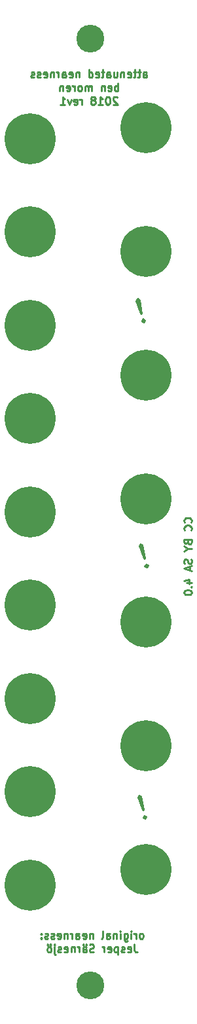
<source format=gbr>
G04 #@! TF.GenerationSoftware,KiCad,Pcbnew,(5.0.0-rc2-47-g52fceb3)*
G04 #@! TF.CreationDate,2018-06-13T16:43:58-05:00*
G04 #@! TF.ProjectId,nearness_att_panel,6E6561726E6573735F6174745F70616E,rev?*
G04 #@! TF.SameCoordinates,Original*
G04 #@! TF.FileFunction,Soldermask,Bot*
G04 #@! TF.FilePolarity,Negative*
%FSLAX46Y46*%
G04 Gerber Fmt 4.6, Leading zero omitted, Abs format (unit mm)*
G04 Created by KiCad (PCBNEW (5.0.0-rc2-47-g52fceb3)) date Wednesday, June 13, 2018 at 04:43:58 PM*
%MOMM*%
%LPD*%
G01*
G04 APERTURE LIST*
%ADD10C,0.300000*%
%ADD11C,0.250000*%
%ADD12C,6.600000*%
%ADD13C,3.600000*%
G04 APERTURE END LIST*
D10*
X22324506Y-103600120D02*
X22499469Y-103701135D01*
X22398454Y-103876099D01*
X22223490Y-103775084D01*
X22324506Y-103600120D01*
X22398454Y-103876099D01*
X22102661Y-102772184D02*
X21520982Y-101153285D01*
X21621997Y-100978321D01*
X21796960Y-101079337D01*
X22102661Y-102772184D01*
X21621997Y-100978321D01*
X22121306Y-39388920D02*
X22296269Y-39489935D01*
X22195254Y-39664899D01*
X22020290Y-39563884D01*
X22121306Y-39388920D01*
X22195254Y-39664899D01*
X21899461Y-38560984D02*
X21317782Y-36942085D01*
X21418797Y-36767121D01*
X21593760Y-36868137D01*
X21899461Y-38560984D01*
X21418797Y-36767121D01*
X22527706Y-71088120D02*
X22702669Y-71189135D01*
X22601654Y-71364099D01*
X22426690Y-71263084D01*
X22527706Y-71088120D01*
X22601654Y-71364099D01*
X22305861Y-70260184D02*
X21724182Y-68641285D01*
X21825197Y-68466321D01*
X22000160Y-68567337D01*
X22305861Y-70260184D01*
X21825197Y-68466321D01*
D11*
X28297142Y-65594457D02*
X28344761Y-65546838D01*
X28392380Y-65403980D01*
X28392380Y-65308742D01*
X28344761Y-65165885D01*
X28249523Y-65070647D01*
X28154285Y-65023028D01*
X27963809Y-64975409D01*
X27820952Y-64975409D01*
X27630476Y-65023028D01*
X27535238Y-65070647D01*
X27440000Y-65165885D01*
X27392380Y-65308742D01*
X27392380Y-65403980D01*
X27440000Y-65546838D01*
X27487619Y-65594457D01*
X28297142Y-66594457D02*
X28344761Y-66546838D01*
X28392380Y-66403980D01*
X28392380Y-66308742D01*
X28344761Y-66165885D01*
X28249523Y-66070647D01*
X28154285Y-66023028D01*
X27963809Y-65975409D01*
X27820952Y-65975409D01*
X27630476Y-66023028D01*
X27535238Y-66070647D01*
X27440000Y-66165885D01*
X27392380Y-66308742D01*
X27392380Y-66403980D01*
X27440000Y-66546838D01*
X27487619Y-66594457D01*
X27868571Y-68118266D02*
X27916190Y-68261123D01*
X27963809Y-68308742D01*
X28059047Y-68356361D01*
X28201904Y-68356361D01*
X28297142Y-68308742D01*
X28344761Y-68261123D01*
X28392380Y-68165885D01*
X28392380Y-67784933D01*
X27392380Y-67784933D01*
X27392380Y-68118266D01*
X27440000Y-68213504D01*
X27487619Y-68261123D01*
X27582857Y-68308742D01*
X27678095Y-68308742D01*
X27773333Y-68261123D01*
X27820952Y-68213504D01*
X27868571Y-68118266D01*
X27868571Y-67784933D01*
X27916190Y-68975409D02*
X28392380Y-68975409D01*
X27392380Y-68642076D02*
X27916190Y-68975409D01*
X27392380Y-69308742D01*
X28344761Y-70356361D02*
X28392380Y-70499219D01*
X28392380Y-70737314D01*
X28344761Y-70832552D01*
X28297142Y-70880171D01*
X28201904Y-70927790D01*
X28106666Y-70927790D01*
X28011428Y-70880171D01*
X27963809Y-70832552D01*
X27916190Y-70737314D01*
X27868571Y-70546838D01*
X27820952Y-70451600D01*
X27773333Y-70403980D01*
X27678095Y-70356361D01*
X27582857Y-70356361D01*
X27487619Y-70403980D01*
X27440000Y-70451600D01*
X27392380Y-70546838D01*
X27392380Y-70784933D01*
X27440000Y-70927790D01*
X28106666Y-71308742D02*
X28106666Y-71784933D01*
X28392380Y-71213504D02*
X27392380Y-71546838D01*
X28392380Y-71880171D01*
X27725714Y-73403980D02*
X28392380Y-73403980D01*
X27344761Y-73165885D02*
X28059047Y-72927790D01*
X28059047Y-73546838D01*
X28297142Y-73927790D02*
X28344761Y-73975409D01*
X28392380Y-73927790D01*
X28344761Y-73880171D01*
X28297142Y-73927790D01*
X28392380Y-73927790D01*
X27392380Y-74594457D02*
X27392380Y-74689695D01*
X27440000Y-74784933D01*
X27487619Y-74832552D01*
X27582857Y-74880171D01*
X27773333Y-74927790D01*
X28011428Y-74927790D01*
X28201904Y-74880171D01*
X28297142Y-74832552D01*
X28344761Y-74784933D01*
X28392380Y-74689695D01*
X28392380Y-74594457D01*
X28344761Y-74499219D01*
X28297142Y-74451600D01*
X28201904Y-74403980D01*
X28011428Y-74356361D01*
X27773333Y-74356361D01*
X27582857Y-74403980D01*
X27487619Y-74451600D01*
X27440000Y-74499219D01*
X27392380Y-74594457D01*
X21922571Y-119414580D02*
X22017809Y-119366961D01*
X22065428Y-119319342D01*
X22113047Y-119224104D01*
X22113047Y-118938390D01*
X22065428Y-118843152D01*
X22017809Y-118795533D01*
X21922571Y-118747914D01*
X21779714Y-118747914D01*
X21684476Y-118795533D01*
X21636857Y-118843152D01*
X21589238Y-118938390D01*
X21589238Y-119224104D01*
X21636857Y-119319342D01*
X21684476Y-119366961D01*
X21779714Y-119414580D01*
X21922571Y-119414580D01*
X21160666Y-119414580D02*
X21160666Y-118747914D01*
X21160666Y-118938390D02*
X21113047Y-118843152D01*
X21065428Y-118795533D01*
X20970190Y-118747914D01*
X20874952Y-118747914D01*
X20541619Y-119414580D02*
X20541619Y-118747914D01*
X20541619Y-118414580D02*
X20589238Y-118462200D01*
X20541619Y-118509819D01*
X20494000Y-118462200D01*
X20541619Y-118414580D01*
X20541619Y-118509819D01*
X19636857Y-118747914D02*
X19636857Y-119557438D01*
X19684476Y-119652676D01*
X19732095Y-119700295D01*
X19827333Y-119747914D01*
X19970190Y-119747914D01*
X20065428Y-119700295D01*
X19636857Y-119366961D02*
X19732095Y-119414580D01*
X19922571Y-119414580D01*
X20017809Y-119366961D01*
X20065428Y-119319342D01*
X20113047Y-119224104D01*
X20113047Y-118938390D01*
X20065428Y-118843152D01*
X20017809Y-118795533D01*
X19922571Y-118747914D01*
X19732095Y-118747914D01*
X19636857Y-118795533D01*
X19160666Y-119414580D02*
X19160666Y-118747914D01*
X19160666Y-118414580D02*
X19208285Y-118462200D01*
X19160666Y-118509819D01*
X19113047Y-118462200D01*
X19160666Y-118414580D01*
X19160666Y-118509819D01*
X18684476Y-118747914D02*
X18684476Y-119414580D01*
X18684476Y-118843152D02*
X18636857Y-118795533D01*
X18541619Y-118747914D01*
X18398761Y-118747914D01*
X18303523Y-118795533D01*
X18255904Y-118890771D01*
X18255904Y-119414580D01*
X17351142Y-119414580D02*
X17351142Y-118890771D01*
X17398761Y-118795533D01*
X17494000Y-118747914D01*
X17684476Y-118747914D01*
X17779714Y-118795533D01*
X17351142Y-119366961D02*
X17446380Y-119414580D01*
X17684476Y-119414580D01*
X17779714Y-119366961D01*
X17827333Y-119271723D01*
X17827333Y-119176485D01*
X17779714Y-119081247D01*
X17684476Y-119033628D01*
X17446380Y-119033628D01*
X17351142Y-118986009D01*
X16732095Y-119414580D02*
X16827333Y-119366961D01*
X16874952Y-119271723D01*
X16874952Y-118414580D01*
X15589238Y-118747914D02*
X15589238Y-119414580D01*
X15589238Y-118843152D02*
X15541619Y-118795533D01*
X15446380Y-118747914D01*
X15303523Y-118747914D01*
X15208285Y-118795533D01*
X15160666Y-118890771D01*
X15160666Y-119414580D01*
X14303523Y-119366961D02*
X14398761Y-119414580D01*
X14589238Y-119414580D01*
X14684476Y-119366961D01*
X14732095Y-119271723D01*
X14732095Y-118890771D01*
X14684476Y-118795533D01*
X14589238Y-118747914D01*
X14398761Y-118747914D01*
X14303523Y-118795533D01*
X14255904Y-118890771D01*
X14255904Y-118986009D01*
X14732095Y-119081247D01*
X13398761Y-119414580D02*
X13398761Y-118890771D01*
X13446380Y-118795533D01*
X13541619Y-118747914D01*
X13732095Y-118747914D01*
X13827333Y-118795533D01*
X13398761Y-119366961D02*
X13494000Y-119414580D01*
X13732095Y-119414580D01*
X13827333Y-119366961D01*
X13874952Y-119271723D01*
X13874952Y-119176485D01*
X13827333Y-119081247D01*
X13732095Y-119033628D01*
X13494000Y-119033628D01*
X13398761Y-118986009D01*
X12922571Y-119414580D02*
X12922571Y-118747914D01*
X12922571Y-118938390D02*
X12874952Y-118843152D01*
X12827333Y-118795533D01*
X12732095Y-118747914D01*
X12636857Y-118747914D01*
X12303523Y-118747914D02*
X12303523Y-119414580D01*
X12303523Y-118843152D02*
X12255904Y-118795533D01*
X12160666Y-118747914D01*
X12017809Y-118747914D01*
X11922571Y-118795533D01*
X11874952Y-118890771D01*
X11874952Y-119414580D01*
X11017809Y-119366961D02*
X11113047Y-119414580D01*
X11303523Y-119414580D01*
X11398761Y-119366961D01*
X11446380Y-119271723D01*
X11446380Y-118890771D01*
X11398761Y-118795533D01*
X11303523Y-118747914D01*
X11113047Y-118747914D01*
X11017809Y-118795533D01*
X10970190Y-118890771D01*
X10970190Y-118986009D01*
X11446380Y-119081247D01*
X10589238Y-119366961D02*
X10494000Y-119414580D01*
X10303523Y-119414580D01*
X10208285Y-119366961D01*
X10160666Y-119271723D01*
X10160666Y-119224104D01*
X10208285Y-119128866D01*
X10303523Y-119081247D01*
X10446380Y-119081247D01*
X10541619Y-119033628D01*
X10589238Y-118938390D01*
X10589238Y-118890771D01*
X10541619Y-118795533D01*
X10446380Y-118747914D01*
X10303523Y-118747914D01*
X10208285Y-118795533D01*
X9779714Y-119366961D02*
X9684476Y-119414580D01*
X9494000Y-119414580D01*
X9398761Y-119366961D01*
X9351142Y-119271723D01*
X9351142Y-119224104D01*
X9398761Y-119128866D01*
X9494000Y-119081247D01*
X9636857Y-119081247D01*
X9732095Y-119033628D01*
X9779714Y-118938390D01*
X9779714Y-118890771D01*
X9732095Y-118795533D01*
X9636857Y-118747914D01*
X9494000Y-118747914D01*
X9398761Y-118795533D01*
X8922571Y-119319342D02*
X8874952Y-119366961D01*
X8922571Y-119414580D01*
X8970190Y-119366961D01*
X8922571Y-119319342D01*
X8922571Y-119414580D01*
X8922571Y-118795533D02*
X8874952Y-118843152D01*
X8922571Y-118890771D01*
X8970190Y-118843152D01*
X8922571Y-118795533D01*
X8922571Y-118890771D01*
X20970190Y-120164580D02*
X20970190Y-120878866D01*
X21017809Y-121021723D01*
X21113047Y-121116961D01*
X21255904Y-121164580D01*
X21351142Y-121164580D01*
X20113047Y-121116961D02*
X20208285Y-121164580D01*
X20398761Y-121164580D01*
X20494000Y-121116961D01*
X20541619Y-121021723D01*
X20541619Y-120640771D01*
X20494000Y-120545533D01*
X20398761Y-120497914D01*
X20208285Y-120497914D01*
X20113047Y-120545533D01*
X20065428Y-120640771D01*
X20065428Y-120736009D01*
X20541619Y-120831247D01*
X19684476Y-121116961D02*
X19589238Y-121164580D01*
X19398761Y-121164580D01*
X19303523Y-121116961D01*
X19255904Y-121021723D01*
X19255904Y-120974104D01*
X19303523Y-120878866D01*
X19398761Y-120831247D01*
X19541619Y-120831247D01*
X19636857Y-120783628D01*
X19684476Y-120688390D01*
X19684476Y-120640771D01*
X19636857Y-120545533D01*
X19541619Y-120497914D01*
X19398761Y-120497914D01*
X19303523Y-120545533D01*
X18827333Y-120497914D02*
X18827333Y-121497914D01*
X18827333Y-120545533D02*
X18732095Y-120497914D01*
X18541619Y-120497914D01*
X18446380Y-120545533D01*
X18398761Y-120593152D01*
X18351142Y-120688390D01*
X18351142Y-120974104D01*
X18398761Y-121069342D01*
X18446380Y-121116961D01*
X18541619Y-121164580D01*
X18732095Y-121164580D01*
X18827333Y-121116961D01*
X17541619Y-121116961D02*
X17636857Y-121164580D01*
X17827333Y-121164580D01*
X17922571Y-121116961D01*
X17970190Y-121021723D01*
X17970190Y-120640771D01*
X17922571Y-120545533D01*
X17827333Y-120497914D01*
X17636857Y-120497914D01*
X17541619Y-120545533D01*
X17494000Y-120640771D01*
X17494000Y-120736009D01*
X17970190Y-120831247D01*
X17065428Y-121164580D02*
X17065428Y-120497914D01*
X17065428Y-120688390D02*
X17017809Y-120593152D01*
X16970190Y-120545533D01*
X16874952Y-120497914D01*
X16779714Y-120497914D01*
X15732095Y-121116961D02*
X15589238Y-121164580D01*
X15351142Y-121164580D01*
X15255904Y-121116961D01*
X15208285Y-121069342D01*
X15160666Y-120974104D01*
X15160666Y-120878866D01*
X15208285Y-120783628D01*
X15255904Y-120736009D01*
X15351142Y-120688390D01*
X15541619Y-120640771D01*
X15636857Y-120593152D01*
X15684476Y-120545533D01*
X15732095Y-120450295D01*
X15732095Y-120355057D01*
X15684476Y-120259819D01*
X15636857Y-120212200D01*
X15541619Y-120164580D01*
X15303523Y-120164580D01*
X15160666Y-120212200D01*
X14303523Y-121164580D02*
X14303523Y-120640771D01*
X14351142Y-120545533D01*
X14446380Y-120497914D01*
X14636857Y-120497914D01*
X14732095Y-120545533D01*
X14303523Y-121116961D02*
X14398761Y-121164580D01*
X14636857Y-121164580D01*
X14732095Y-121116961D01*
X14779714Y-121021723D01*
X14779714Y-120926485D01*
X14732095Y-120831247D01*
X14636857Y-120783628D01*
X14398761Y-120783628D01*
X14303523Y-120736009D01*
X14732095Y-120164580D02*
X14684476Y-120212200D01*
X14732095Y-120259819D01*
X14779714Y-120212200D01*
X14732095Y-120164580D01*
X14732095Y-120259819D01*
X14351142Y-120164580D02*
X14303523Y-120212200D01*
X14351142Y-120259819D01*
X14398761Y-120212200D01*
X14351142Y-120164580D01*
X14351142Y-120259819D01*
X13827333Y-121164580D02*
X13827333Y-120497914D01*
X13827333Y-120688390D02*
X13779714Y-120593152D01*
X13732095Y-120545533D01*
X13636857Y-120497914D01*
X13541619Y-120497914D01*
X13208285Y-120497914D02*
X13208285Y-121164580D01*
X13208285Y-120593152D02*
X13160666Y-120545533D01*
X13065428Y-120497914D01*
X12922571Y-120497914D01*
X12827333Y-120545533D01*
X12779714Y-120640771D01*
X12779714Y-121164580D01*
X11922571Y-121116961D02*
X12017809Y-121164580D01*
X12208285Y-121164580D01*
X12303523Y-121116961D01*
X12351142Y-121021723D01*
X12351142Y-120640771D01*
X12303523Y-120545533D01*
X12208285Y-120497914D01*
X12017809Y-120497914D01*
X11922571Y-120545533D01*
X11874952Y-120640771D01*
X11874952Y-120736009D01*
X12351142Y-120831247D01*
X11494000Y-121116961D02*
X11398761Y-121164580D01*
X11208285Y-121164580D01*
X11113047Y-121116961D01*
X11065428Y-121021723D01*
X11065428Y-120974104D01*
X11113047Y-120878866D01*
X11208285Y-120831247D01*
X11351142Y-120831247D01*
X11446380Y-120783628D01*
X11494000Y-120688390D01*
X11494000Y-120640771D01*
X11446380Y-120545533D01*
X11351142Y-120497914D01*
X11208285Y-120497914D01*
X11113047Y-120545533D01*
X10636857Y-120497914D02*
X10636857Y-121355057D01*
X10684476Y-121450295D01*
X10779714Y-121497914D01*
X10827333Y-121497914D01*
X10636857Y-120164580D02*
X10684476Y-120212200D01*
X10636857Y-120259819D01*
X10589238Y-120212200D01*
X10636857Y-120164580D01*
X10636857Y-120259819D01*
X10017809Y-121164580D02*
X10113047Y-121116961D01*
X10160666Y-121069342D01*
X10208285Y-120974104D01*
X10208285Y-120688390D01*
X10160666Y-120593152D01*
X10113047Y-120545533D01*
X10017809Y-120497914D01*
X9874952Y-120497914D01*
X9779714Y-120545533D01*
X9732095Y-120593152D01*
X9684476Y-120688390D01*
X9684476Y-120974104D01*
X9732095Y-121069342D01*
X9779714Y-121116961D01*
X9874952Y-121164580D01*
X10017809Y-121164580D01*
X10113047Y-120164580D02*
X10065428Y-120212200D01*
X10113047Y-120259819D01*
X10160666Y-120212200D01*
X10113047Y-120164580D01*
X10113047Y-120259819D01*
X9732095Y-120164580D02*
X9684476Y-120212200D01*
X9732095Y-120259819D01*
X9779714Y-120212200D01*
X9732095Y-120164580D01*
X9732095Y-120259819D01*
X22111409Y-8049580D02*
X22111409Y-7525771D01*
X22159028Y-7430533D01*
X22254266Y-7382914D01*
X22444742Y-7382914D01*
X22539980Y-7430533D01*
X22111409Y-8001961D02*
X22206647Y-8049580D01*
X22444742Y-8049580D01*
X22539980Y-8001961D01*
X22587600Y-7906723D01*
X22587600Y-7811485D01*
X22539980Y-7716247D01*
X22444742Y-7668628D01*
X22206647Y-7668628D01*
X22111409Y-7621009D01*
X21778076Y-7382914D02*
X21397123Y-7382914D01*
X21635219Y-7049580D02*
X21635219Y-7906723D01*
X21587600Y-8001961D01*
X21492361Y-8049580D01*
X21397123Y-8049580D01*
X21206647Y-7382914D02*
X20825695Y-7382914D01*
X21063790Y-7049580D02*
X21063790Y-7906723D01*
X21016171Y-8001961D01*
X20920933Y-8049580D01*
X20825695Y-8049580D01*
X20111409Y-8001961D02*
X20206647Y-8049580D01*
X20397123Y-8049580D01*
X20492361Y-8001961D01*
X20539980Y-7906723D01*
X20539980Y-7525771D01*
X20492361Y-7430533D01*
X20397123Y-7382914D01*
X20206647Y-7382914D01*
X20111409Y-7430533D01*
X20063790Y-7525771D01*
X20063790Y-7621009D01*
X20539980Y-7716247D01*
X19635219Y-7382914D02*
X19635219Y-8049580D01*
X19635219Y-7478152D02*
X19587600Y-7430533D01*
X19492361Y-7382914D01*
X19349504Y-7382914D01*
X19254266Y-7430533D01*
X19206647Y-7525771D01*
X19206647Y-8049580D01*
X18301885Y-7382914D02*
X18301885Y-8049580D01*
X18730457Y-7382914D02*
X18730457Y-7906723D01*
X18682838Y-8001961D01*
X18587600Y-8049580D01*
X18444742Y-8049580D01*
X18349504Y-8001961D01*
X18301885Y-7954342D01*
X17397123Y-8049580D02*
X17397123Y-7525771D01*
X17444742Y-7430533D01*
X17539980Y-7382914D01*
X17730457Y-7382914D01*
X17825695Y-7430533D01*
X17397123Y-8001961D02*
X17492361Y-8049580D01*
X17730457Y-8049580D01*
X17825695Y-8001961D01*
X17873314Y-7906723D01*
X17873314Y-7811485D01*
X17825695Y-7716247D01*
X17730457Y-7668628D01*
X17492361Y-7668628D01*
X17397123Y-7621009D01*
X17063790Y-7382914D02*
X16682838Y-7382914D01*
X16920933Y-7049580D02*
X16920933Y-7906723D01*
X16873314Y-8001961D01*
X16778076Y-8049580D01*
X16682838Y-8049580D01*
X15968552Y-8001961D02*
X16063790Y-8049580D01*
X16254266Y-8049580D01*
X16349504Y-8001961D01*
X16397123Y-7906723D01*
X16397123Y-7525771D01*
X16349504Y-7430533D01*
X16254266Y-7382914D01*
X16063790Y-7382914D01*
X15968552Y-7430533D01*
X15920933Y-7525771D01*
X15920933Y-7621009D01*
X16397123Y-7716247D01*
X15063790Y-8049580D02*
X15063790Y-7049580D01*
X15063790Y-8001961D02*
X15159028Y-8049580D01*
X15349504Y-8049580D01*
X15444742Y-8001961D01*
X15492361Y-7954342D01*
X15539980Y-7859104D01*
X15539980Y-7573390D01*
X15492361Y-7478152D01*
X15444742Y-7430533D01*
X15349504Y-7382914D01*
X15159028Y-7382914D01*
X15063790Y-7430533D01*
X13825695Y-7382914D02*
X13825695Y-8049580D01*
X13825695Y-7478152D02*
X13778076Y-7430533D01*
X13682838Y-7382914D01*
X13539980Y-7382914D01*
X13444742Y-7430533D01*
X13397123Y-7525771D01*
X13397123Y-8049580D01*
X12539980Y-8001961D02*
X12635219Y-8049580D01*
X12825695Y-8049580D01*
X12920933Y-8001961D01*
X12968552Y-7906723D01*
X12968552Y-7525771D01*
X12920933Y-7430533D01*
X12825695Y-7382914D01*
X12635219Y-7382914D01*
X12539980Y-7430533D01*
X12492361Y-7525771D01*
X12492361Y-7621009D01*
X12968552Y-7716247D01*
X11635219Y-8049580D02*
X11635219Y-7525771D01*
X11682838Y-7430533D01*
X11778076Y-7382914D01*
X11968552Y-7382914D01*
X12063790Y-7430533D01*
X11635219Y-8001961D02*
X11730457Y-8049580D01*
X11968552Y-8049580D01*
X12063790Y-8001961D01*
X12111409Y-7906723D01*
X12111409Y-7811485D01*
X12063790Y-7716247D01*
X11968552Y-7668628D01*
X11730457Y-7668628D01*
X11635219Y-7621009D01*
X11159028Y-8049580D02*
X11159028Y-7382914D01*
X11159028Y-7573390D02*
X11111409Y-7478152D01*
X11063790Y-7430533D01*
X10968552Y-7382914D01*
X10873314Y-7382914D01*
X10539980Y-7382914D02*
X10539980Y-8049580D01*
X10539980Y-7478152D02*
X10492361Y-7430533D01*
X10397123Y-7382914D01*
X10254266Y-7382914D01*
X10159028Y-7430533D01*
X10111409Y-7525771D01*
X10111409Y-8049580D01*
X9254266Y-8001961D02*
X9349504Y-8049580D01*
X9539980Y-8049580D01*
X9635219Y-8001961D01*
X9682838Y-7906723D01*
X9682838Y-7525771D01*
X9635219Y-7430533D01*
X9539980Y-7382914D01*
X9349504Y-7382914D01*
X9254266Y-7430533D01*
X9206647Y-7525771D01*
X9206647Y-7621009D01*
X9682838Y-7716247D01*
X8825695Y-8001961D02*
X8730457Y-8049580D01*
X8539980Y-8049580D01*
X8444742Y-8001961D01*
X8397123Y-7906723D01*
X8397123Y-7859104D01*
X8444742Y-7763866D01*
X8539980Y-7716247D01*
X8682838Y-7716247D01*
X8778076Y-7668628D01*
X8825695Y-7573390D01*
X8825695Y-7525771D01*
X8778076Y-7430533D01*
X8682838Y-7382914D01*
X8539980Y-7382914D01*
X8444742Y-7430533D01*
X8016171Y-8001961D02*
X7920933Y-8049580D01*
X7730457Y-8049580D01*
X7635219Y-8001961D01*
X7587600Y-7906723D01*
X7587600Y-7859104D01*
X7635219Y-7763866D01*
X7730457Y-7716247D01*
X7873314Y-7716247D01*
X7968552Y-7668628D01*
X8016171Y-7573390D01*
X8016171Y-7525771D01*
X7968552Y-7430533D01*
X7873314Y-7382914D01*
X7730457Y-7382914D01*
X7635219Y-7430533D01*
X18873314Y-9799580D02*
X18873314Y-8799580D01*
X18873314Y-9180533D02*
X18778076Y-9132914D01*
X18587600Y-9132914D01*
X18492361Y-9180533D01*
X18444742Y-9228152D01*
X18397123Y-9323390D01*
X18397123Y-9609104D01*
X18444742Y-9704342D01*
X18492361Y-9751961D01*
X18587600Y-9799580D01*
X18778076Y-9799580D01*
X18873314Y-9751961D01*
X17587600Y-9751961D02*
X17682838Y-9799580D01*
X17873314Y-9799580D01*
X17968552Y-9751961D01*
X18016171Y-9656723D01*
X18016171Y-9275771D01*
X17968552Y-9180533D01*
X17873314Y-9132914D01*
X17682838Y-9132914D01*
X17587600Y-9180533D01*
X17539980Y-9275771D01*
X17539980Y-9371009D01*
X18016171Y-9466247D01*
X17111409Y-9132914D02*
X17111409Y-9799580D01*
X17111409Y-9228152D02*
X17063790Y-9180533D01*
X16968552Y-9132914D01*
X16825695Y-9132914D01*
X16730457Y-9180533D01*
X16682838Y-9275771D01*
X16682838Y-9799580D01*
X15444742Y-9799580D02*
X15444742Y-9132914D01*
X15444742Y-9228152D02*
X15397123Y-9180533D01*
X15301885Y-9132914D01*
X15159028Y-9132914D01*
X15063790Y-9180533D01*
X15016171Y-9275771D01*
X15016171Y-9799580D01*
X15016171Y-9275771D02*
X14968552Y-9180533D01*
X14873314Y-9132914D01*
X14730457Y-9132914D01*
X14635219Y-9180533D01*
X14587600Y-9275771D01*
X14587600Y-9799580D01*
X13968552Y-9799580D02*
X14063790Y-9751961D01*
X14111409Y-9704342D01*
X14159028Y-9609104D01*
X14159028Y-9323390D01*
X14111409Y-9228152D01*
X14063790Y-9180533D01*
X13968552Y-9132914D01*
X13825695Y-9132914D01*
X13730457Y-9180533D01*
X13682838Y-9228152D01*
X13635219Y-9323390D01*
X13635219Y-9609104D01*
X13682838Y-9704342D01*
X13730457Y-9751961D01*
X13825695Y-9799580D01*
X13968552Y-9799580D01*
X13206647Y-9799580D02*
X13206647Y-9132914D01*
X13206647Y-9323390D02*
X13159028Y-9228152D01*
X13111409Y-9180533D01*
X13016171Y-9132914D01*
X12920933Y-9132914D01*
X12206647Y-9751961D02*
X12301885Y-9799580D01*
X12492361Y-9799580D01*
X12587600Y-9751961D01*
X12635219Y-9656723D01*
X12635219Y-9275771D01*
X12587600Y-9180533D01*
X12492361Y-9132914D01*
X12301885Y-9132914D01*
X12206647Y-9180533D01*
X12159028Y-9275771D01*
X12159028Y-9371009D01*
X12635219Y-9466247D01*
X11730457Y-9132914D02*
X11730457Y-9799580D01*
X11730457Y-9228152D02*
X11682838Y-9180533D01*
X11587600Y-9132914D01*
X11444742Y-9132914D01*
X11349504Y-9180533D01*
X11301885Y-9275771D01*
X11301885Y-9799580D01*
X18778076Y-10644819D02*
X18730457Y-10597200D01*
X18635219Y-10549580D01*
X18397123Y-10549580D01*
X18301885Y-10597200D01*
X18254266Y-10644819D01*
X18206647Y-10740057D01*
X18206647Y-10835295D01*
X18254266Y-10978152D01*
X18825695Y-11549580D01*
X18206647Y-11549580D01*
X17587600Y-10549580D02*
X17492361Y-10549580D01*
X17397123Y-10597200D01*
X17349504Y-10644819D01*
X17301885Y-10740057D01*
X17254266Y-10930533D01*
X17254266Y-11168628D01*
X17301885Y-11359104D01*
X17349504Y-11454342D01*
X17397123Y-11501961D01*
X17492361Y-11549580D01*
X17587600Y-11549580D01*
X17682838Y-11501961D01*
X17730457Y-11454342D01*
X17778076Y-11359104D01*
X17825695Y-11168628D01*
X17825695Y-10930533D01*
X17778076Y-10740057D01*
X17730457Y-10644819D01*
X17682838Y-10597200D01*
X17587600Y-10549580D01*
X16301885Y-11549580D02*
X16873314Y-11549580D01*
X16587600Y-11549580D02*
X16587600Y-10549580D01*
X16682838Y-10692438D01*
X16778076Y-10787676D01*
X16873314Y-10835295D01*
X15730457Y-10978152D02*
X15825695Y-10930533D01*
X15873314Y-10882914D01*
X15920933Y-10787676D01*
X15920933Y-10740057D01*
X15873314Y-10644819D01*
X15825695Y-10597200D01*
X15730457Y-10549580D01*
X15539980Y-10549580D01*
X15444742Y-10597200D01*
X15397123Y-10644819D01*
X15349504Y-10740057D01*
X15349504Y-10787676D01*
X15397123Y-10882914D01*
X15444742Y-10930533D01*
X15539980Y-10978152D01*
X15730457Y-10978152D01*
X15825695Y-11025771D01*
X15873314Y-11073390D01*
X15920933Y-11168628D01*
X15920933Y-11359104D01*
X15873314Y-11454342D01*
X15825695Y-11501961D01*
X15730457Y-11549580D01*
X15539980Y-11549580D01*
X15444742Y-11501961D01*
X15397123Y-11454342D01*
X15349504Y-11359104D01*
X15349504Y-11168628D01*
X15397123Y-11073390D01*
X15444742Y-11025771D01*
X15539980Y-10978152D01*
X14159028Y-11549580D02*
X14159028Y-10882914D01*
X14159028Y-11073390D02*
X14111409Y-10978152D01*
X14063790Y-10930533D01*
X13968552Y-10882914D01*
X13873314Y-10882914D01*
X13159028Y-11501961D02*
X13254266Y-11549580D01*
X13444742Y-11549580D01*
X13539980Y-11501961D01*
X13587600Y-11406723D01*
X13587600Y-11025771D01*
X13539980Y-10930533D01*
X13444742Y-10882914D01*
X13254266Y-10882914D01*
X13159028Y-10930533D01*
X13111409Y-11025771D01*
X13111409Y-11121009D01*
X13587600Y-11216247D01*
X12778076Y-10882914D02*
X12539980Y-11549580D01*
X12301885Y-10882914D01*
X11397123Y-11549580D02*
X11968552Y-11549580D01*
X11682838Y-11549580D02*
X11682838Y-10549580D01*
X11778076Y-10692438D01*
X11873314Y-10787676D01*
X11968552Y-10835295D01*
D12*
G04 #@! TO.C,REF\002A\002A*
X7500000Y-15980000D03*
G04 #@! TD*
G04 #@! TO.C,REF\002A\002A*
X22500000Y-110456000D03*
G04 #@! TD*
G04 #@! TO.C,REF\002A\002A*
X22500000Y-94475000D03*
G04 #@! TD*
G04 #@! TO.C,REF\002A\002A*
X22500000Y-78493000D03*
G04 #@! TD*
G04 #@! TO.C,REF\002A\002A*
X22500000Y-62512000D03*
G04 #@! TD*
G04 #@! TO.C,REF\002A\002A*
X22500000Y-46531000D03*
G04 #@! TD*
G04 #@! TO.C,REF\002A\002A*
X22500000Y-30550000D03*
G04 #@! TD*
G04 #@! TO.C,REF\002A\002A*
X22500000Y-14569000D03*
G04 #@! TD*
G04 #@! TO.C,REF\002A\002A*
X7500000Y-112500000D03*
G04 #@! TD*
G04 #@! TO.C,REF\002A\002A*
X7500000Y-100435000D03*
G04 #@! TD*
G04 #@! TO.C,REF\002A\002A*
X7500000Y-88370000D03*
G04 #@! TD*
G04 #@! TO.C,REF\002A\002A*
X7500000Y-76305000D03*
G04 #@! TD*
G04 #@! TO.C,REF\002A\002A*
X7500000Y-64240000D03*
G04 #@! TD*
G04 #@! TO.C,REF\002A\002A*
X7500000Y-52175000D03*
G04 #@! TD*
G04 #@! TO.C,REF\002A\002A*
X7500000Y-40110000D03*
G04 #@! TD*
G04 #@! TO.C,REF\002A\002A*
X7500000Y-28045000D03*
G04 #@! TD*
D13*
G04 #@! TO.C,REF\002A\002A*
X15240000Y-3000000D03*
G04 #@! TD*
G04 #@! TO.C,REF\002A\002A*
X15240000Y-125500000D03*
G04 #@! TD*
M02*

</source>
